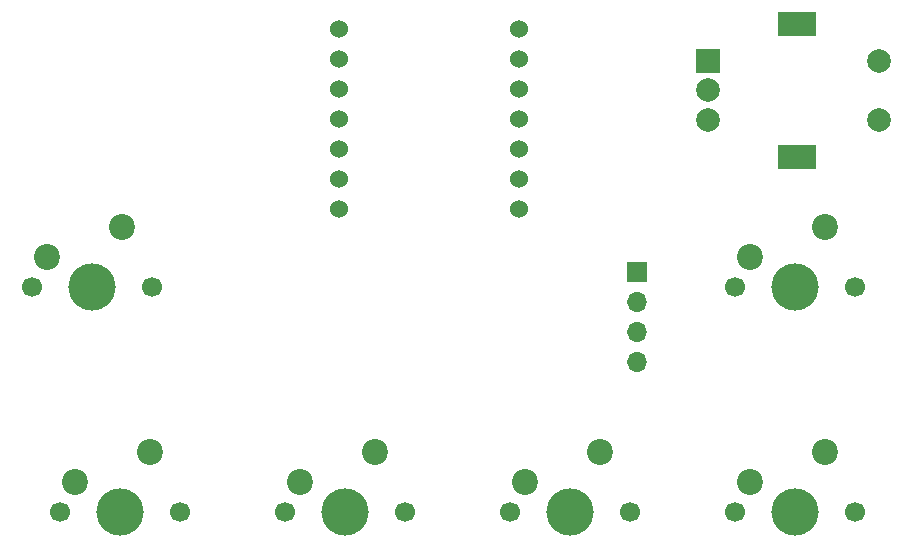
<source format=gbr>
%TF.GenerationSoftware,KiCad,Pcbnew,9.0.6*%
%TF.CreationDate,2025-12-08T21:15:04+04:00*%
%TF.ProjectId,L3MON hackpad,4c334d4f-4e20-4686-9163-6b7061642e6b,rev?*%
%TF.SameCoordinates,Original*%
%TF.FileFunction,Soldermask,Bot*%
%TF.FilePolarity,Negative*%
%FSLAX46Y46*%
G04 Gerber Fmt 4.6, Leading zero omitted, Abs format (unit mm)*
G04 Created by KiCad (PCBNEW 9.0.6) date 2025-12-08 21:15:04*
%MOMM*%
%LPD*%
G01*
G04 APERTURE LIST*
%ADD10C,1.700000*%
%ADD11C,4.000000*%
%ADD12C,2.200000*%
%ADD13C,1.524000*%
%ADD14R,1.700000X1.700000*%
%ADD15O,1.700000X1.700000*%
%ADD16R,2.000000X2.000000*%
%ADD17C,2.000000*%
%ADD18R,3.200000X2.000000*%
G04 APERTURE END LIST*
D10*
%TO.C,SW1*%
X102076250Y-57150000D03*
D11*
X107156250Y-57150000D03*
D10*
X112236250Y-57150000D03*
D12*
X109696250Y-52070000D03*
X103346250Y-54610000D03*
%TD*%
D10*
%TO.C,SW3*%
X123507500Y-76200000D03*
D11*
X128587500Y-76200000D03*
D10*
X133667500Y-76200000D03*
D12*
X131127500Y-71120000D03*
X124777500Y-73660000D03*
%TD*%
D10*
%TO.C,SW6*%
X161607500Y-57150000D03*
D11*
X166687500Y-57150000D03*
D10*
X171767500Y-57150000D03*
D12*
X169227500Y-52070000D03*
X162877500Y-54610000D03*
%TD*%
D13*
%TO.C,U1*%
X128111250Y-35242500D03*
X128111250Y-37782500D03*
X128111250Y-40322500D03*
X128111250Y-42862500D03*
X128111250Y-45402500D03*
X128111250Y-47942500D03*
X128111250Y-50482500D03*
X143351250Y-50482500D03*
X143351250Y-47942500D03*
X143351250Y-45402500D03*
X143351250Y-42862500D03*
X143351250Y-40322500D03*
X143351250Y-37782500D03*
X143351250Y-35242500D03*
%TD*%
D10*
%TO.C,SW5*%
X161607500Y-76200000D03*
D11*
X166687500Y-76200000D03*
D10*
X171767500Y-76200000D03*
D12*
X169227500Y-71120000D03*
X162877500Y-73660000D03*
%TD*%
D14*
%TO.C,J1*%
X153346250Y-55836250D03*
D15*
X153346250Y-58376250D03*
X153346250Y-60916250D03*
X153346250Y-63456250D03*
%TD*%
D16*
%TO.C,SW8*%
X159331250Y-37981250D03*
D17*
X159331250Y-42981250D03*
X159331250Y-40481250D03*
D18*
X166831250Y-34881250D03*
X166831250Y-46081250D03*
D17*
X173831250Y-42981250D03*
X173831250Y-37981250D03*
%TD*%
D10*
%TO.C,SW4*%
X142557500Y-76200000D03*
D11*
X147637500Y-76200000D03*
D10*
X152717500Y-76200000D03*
D12*
X150177500Y-71120000D03*
X143827500Y-73660000D03*
%TD*%
D10*
%TO.C,SW2*%
X104457500Y-76200000D03*
D11*
X109537500Y-76200000D03*
D10*
X114617500Y-76200000D03*
D12*
X112077500Y-71120000D03*
X105727500Y-73660000D03*
%TD*%
M02*

</source>
